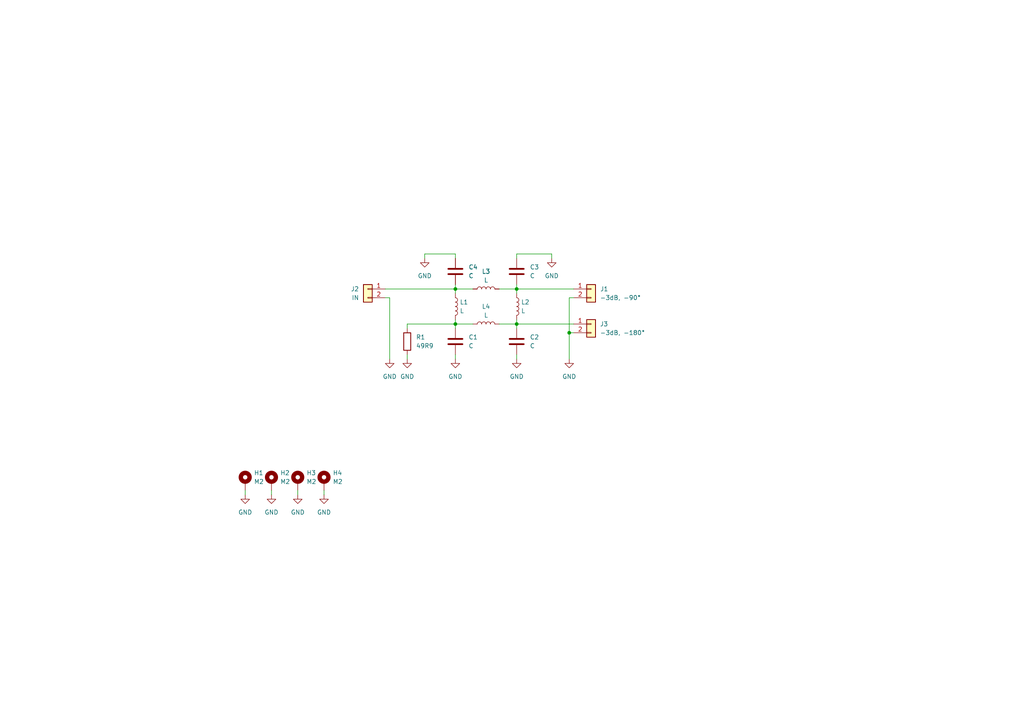
<source format=kicad_sch>
(kicad_sch (version 20230121) (generator eeschema)
  (paper "A4")
  (title_block (title "022 Lumped Quadrature Coupler") (date "2023-08-15") (rev "1") (company "Halidelabs") (comment 1 "contact@halidelabs.eu"))
  (lib_symbols
    (symbol "Connector_Generic:Conn_01x02" (pin_names (offset 1.016) hide)
      (property "Reference" "J" (at 0 2.54 0))
      (property "Value" "Conn_01x02" (at 0 -5.08 0))
      (symbol "Conn_01x02_1_1"
        (rectangle (start -1.27 -2.413) (end 0 -2.667) (stroke (width 0.1524)))
        (rectangle (start -1.27 0.127) (end 0 -0.127) (stroke (width 0.1524)))
        (rectangle (start -1.27 1.27) (end 1.27 -3.81) (stroke (width 0.254)) (fill (type background)))
        (pin passive line (at -5.08 0 0) (length 3.81) (name "Pin_1") (number "1"))
        (pin passive line (at -5.08 -2.54 0) (length 3.81) (name "Pin_2") (number "2"))
      )
    )
    (symbol "Device:C" (pin_numbers hide) (pin_names (offset 0.254))
      (property "Reference" "C" (at 0.635 2.54 0))
      (property "Value" "C" (at 0.635 -2.54 0))
      (symbol "C_0_1"
        (polyline (pts (xy -2.032 -0.762) (xy 2.032 -0.762)) (stroke (width 0.508)))
        (polyline (pts (xy -2.032 0.762) (xy 2.032 0.762)) (stroke (width 0.508)))
      )
      (symbol "C_1_1"
        (pin passive line (at 0 3.81 270) (length 2.794) (name "~") (number "1"))
        (pin passive line (at 0 -3.81 90) (length 2.794) (name "~") (number "2"))
      )
    )
    (symbol "Device:L" (pin_numbers hide) (pin_names (offset 1.016) hide)
      (property "Reference" "L" (at -1.27 0 90))
      (property "Value" "L" (at 1.905 0 90))
      (symbol "L_0_1"
        (arc (start 0 -2.54) (mid 0.6323 -1.905) (end 0 -1.27))
        (arc (start 0 -1.27) (mid 0.6323 -0.635) (end 0 0))
        (arc (start 0 0) (mid 0.6323 0.635) (end 0 1.27))
        (arc (start 0 1.27) (mid 0.6323 1.905) (end 0 2.54))
      )
      (symbol "L_1_1"
        (pin passive line (at 0 3.81 270) (length 1.27) (name "1") (number "1"))
        (pin passive line (at 0 -3.81 90) (length 1.27) (name "2") (number "2"))
      )
    )
    (symbol "Device:R" (pin_numbers hide) (pin_names (offset 0))
      (property "Reference" "R" (at 2.032 0 90))
      (property "Value" "R" (at 0 0 90))
      (symbol "R_0_1"
        (rectangle (start -1.016 -2.54) (end 1.016 2.54) (stroke (width 0.254)))
      )
      (symbol "R_1_1"
        (pin passive line (at 0 3.81 270) (length 1.27) (name "~") (number "1"))
        (pin passive line (at 0 -3.81 90) (length 1.27) (name "~") (number "2"))
      )
    )
    (symbol "GND_1" (power) (pin_names (offset 0))
      (property "Value" "GND_1" (at 0 -3.81 0))
      (symbol "GND_1_0_1"
        (polyline (pts (xy 0 0) (xy 0 -1.27) (xy 1.27 -1.27) (xy 0 -2.54) (xy -1.27 -1.27) (xy 0 -1.27)))
      )
      (symbol "GND_1_1_1"
        (pin power_in line (at 0 0 270) (length 0) hide (name "GND") (number "1"))
      )
    )
    (symbol "Mechanical:MountingHole_Pad" (pin_numbers hide) (pin_names (offset 1.016) hide)
      (property "Reference" "H" (at 0 6.35 0))
      (property "Value" "MountingHole_Pad" (at 0 4.445 0))
      (symbol "MountingHole_Pad_0_1"
        (circle (center 0 1.27) (radius 1.27) (stroke (width 1.27)))
      )
      (symbol "MountingHole_Pad_1_1"
        (pin input line (at 0 -2.54 90) (length 2.54) (name "1") (number "1"))
      )
    )
    (symbol "power:GND" (power) (pin_names (offset 0))
      (property "Value" "GND" (at 0 -3.81 0))
      (symbol "GND_0_1"
        (polyline (pts (xy 0 0) (xy 0 -1.27) (xy 1.27 -1.27) (xy 0 -2.54) (xy -1.27 -1.27) (xy 0 -1.27)))
      )
      (symbol "GND_1_1"
        (pin power_in line (at 0 0 270) (length 0) hide (name "GND") (number "1"))
      )
    )
  )
  (junction (at 149.86 83.82))
  (junction (at 165.1 96.52))
  (junction (at 132.08 83.82))
  (junction (at 132.08 93.98))
  (junction (at 149.86 93.98))
  (wire (pts (xy 165.1 86.36) (xy 165.1 96.52)))
  (wire (pts (xy 93.98 142.24) (xy 93.98 143.51)))
  (wire (pts (xy 149.86 83.82) (xy 166.37 83.82)))
  (wire (pts (xy 86.36 142.24) (xy 86.36 143.51)))
  (wire (pts (xy 144.78 93.98) (xy 149.86 93.98)))
  (wire (pts (xy 118.11 95.25) (xy 118.11 93.98)))
  (wire (pts (xy 149.86 83.82) (xy 149.86 85.09)))
  (wire (pts (xy 149.86 82.55) (xy 149.86 83.82)))
  (wire (pts (xy 149.86 93.98) (xy 149.86 95.25)))
  (wire (pts (xy 132.08 74.93) (xy 132.08 73.66)))
  (wire (pts (xy 113.03 104.14) (xy 113.03 86.36)))
  (wire (pts (xy 165.1 96.52) (xy 166.37 96.52)))
  (wire (pts (xy 111.76 83.82) (xy 132.08 83.82)))
  (wire (pts (xy 149.86 92.71) (xy 149.86 93.98)))
  (wire (pts (xy 144.78 83.82) (xy 149.86 83.82)))
  (wire (pts (xy 132.08 102.87) (xy 132.08 104.14)))
  (wire (pts (xy 160.02 73.66) (xy 160.02 74.93)))
  (wire (pts (xy 132.08 93.98) (xy 137.16 93.98)))
  (wire (pts (xy 165.1 104.14) (xy 165.1 96.52)))
  (wire (pts (xy 123.19 73.66) (xy 132.08 73.66)))
  (wire (pts (xy 123.19 73.66) (xy 123.19 74.93)))
  (wire (pts (xy 132.08 93.98) (xy 132.08 95.25)))
  (wire (pts (xy 132.08 92.71) (xy 132.08 93.98)))
  (wire (pts (xy 160.02 73.66) (xy 149.86 73.66)))
  (wire (pts (xy 113.03 86.36) (xy 111.76 86.36)))
  (wire (pts (xy 78.74 142.24) (xy 78.74 143.51)))
  (wire (pts (xy 149.86 93.98) (xy 166.37 93.98)))
  (wire (pts (xy 132.08 82.55) (xy 132.08 83.82)))
  (wire (pts (xy 166.37 86.36) (xy 165.1 86.36)))
  (wire (pts (xy 118.11 93.98) (xy 132.08 93.98)))
  (wire (pts (xy 149.86 73.66) (xy 149.86 74.93)))
  (wire (pts (xy 118.11 102.87) (xy 118.11 104.14)))
  (wire (pts (xy 132.08 83.82) (xy 137.16 83.82)))
  (wire (pts (xy 149.86 102.87) (xy 149.86 104.14)))
  (wire (pts (xy 71.12 142.24) (xy 71.12 143.51)))
  (wire (pts (xy 132.08 85.09) (xy 132.08 83.82)))
  (symbol (lib_id "power:GND") (at 71.12 143.51 0) (unit 1)
    (property "Reference" "#PWR0104" (effects hide))
    (property "Value" "GND" (at 71.12 148.59 0))
  )
  (symbol (lib_id "Mechanical:MountingHole_Pad") (at 71.12 139.7 0) (unit 1)
    (property "Reference" "H1" (at 73.66 137.1599 0) (effects (justify left)))
    (property "Value" "M2" (at 73.66 139.6999 0) (effects (justify left)))
    (property "Footprint" "modular-rf-bench-footprints:M2-hole" (effects hide))
  )
  (symbol (lib_id "Device:R") (at 118.11 99.06 180) (unit 1)
    (property "Reference" "R1" (at 120.65 97.7899 0) (effects (justify right)))
    (property "Value" "49R9" (at 120.65 100.3299 0) (effects (justify right)))
    (property "Footprint" "Resistor_SMD:R_0805_2012Metric" (effects hide))
  )
  (symbol (lib_id "power:GND") (at 93.98 143.51 0) (unit 1)
    (property "Reference" "#PWR0101" (effects hide))
    (property "Value" "GND" (at 93.98 148.59 0))
  )
  (symbol (lib_name "GND_1") (lib_id "power:GND") (at 113.03 104.14 0) (unit 1)
    (property "Reference" "#PWR06" (effects hide))
    (property "Value" "GND" (at 113.03 109.22 0))
  )
  (symbol (lib_id "Connector_Generic:Conn_01x02") (at 171.45 93.98 0) (unit 1)
    (property "Reference" "J3" (at 173.99 93.9799 0) (effects (justify left)))
    (property "Value" "-3dB, -180°" (at 173.99 96.5199 0) (effects (justify left)))
    (property "Footprint" "modular-rf-bench-footprints:edge-connector" (effects hide))
  )
  (symbol (lib_name "GND_1") (lib_id "power:GND") (at 149.86 104.14 0) (unit 1)
    (property "Reference" "#PWR02" (effects hide))
    (property "Value" "GND" (at 149.86 109.22 0))
  )
  (symbol (lib_id "Device:L") (at 132.08 88.9 0) (unit 1)
    (property "Reference" "L1" (at 133.35 87.63 0) (effects (justify left)))
    (property "Value" "L" (at 133.35 90.17 0) (effects (justify left)))
    (property "Footprint" "Inductor_SMD:L_0805_2012Metric" (effects hide))
  )
  (symbol (lib_id "Mechanical:MountingHole_Pad") (at 78.74 139.7 0) (unit 1)
    (property "Reference" "H2" (at 81.28 137.1599 0) (effects (justify left)))
    (property "Value" "M2" (at 81.28 139.6999 0) (effects (justify left)))
    (property "Footprint" "modular-rf-bench-footprints:M2-hole" (effects hide))
  )
  (symbol (lib_id "Device:L") (at 140.97 83.82 90) (unit 1)
    (property "Reference" "L3" (at 140.97 78.74 90))
    (property "Value" "L" (at 140.97 81.28 90))
    (property "Footprint" "Inductor_SMD:L_0805_2012Metric" (effects hide))
  )
  (symbol (lib_name "GND_1") (lib_id "power:GND") (at 165.1 104.14 0) (unit 1)
    (property "Reference" "#PWR07" (effects hide))
    (property "Value" "GND" (at 165.1 109.22 0))
  )
  (symbol (lib_id "Mechanical:MountingHole_Pad") (at 86.36 139.7 0) (unit 1)
    (property "Reference" "H3" (at 88.9 137.1599 0) (effects (justify left)))
    (property "Value" "M2" (at 88.9 139.6999 0) (effects (justify left)))
    (property "Footprint" "modular-rf-bench-footprints:M2-hole" (effects hide))
  )
  (symbol (lib_id "Device:C") (at 132.08 99.06 0) (unit 1)
    (property "Reference" "C1" (at 135.89 97.79 0) (effects (justify left)))
    (property "Value" "C" (at 135.89 100.33 0) (effects (justify left)))
    (property "Footprint" "Capacitor_SMD:C_0805_2012Metric" (effects hide))
  )
  (symbol (lib_name "GND_1") (lib_id "power:GND") (at 132.08 104.14 0) (unit 1)
    (property "Reference" "#PWR01" (effects hide))
    (property "Value" "GND" (at 132.08 109.22 0))
  )
  (symbol (lib_id "Device:C") (at 149.86 78.74 0) (unit 1)
    (property "Reference" "C3" (at 153.67 77.47 0) (effects (justify left)))
    (property "Value" "C" (at 153.67 80.01 0) (effects (justify left)))
    (property "Footprint" "Capacitor_SMD:C_0805_2012Metric" (effects hide))
  )
  (symbol (lib_id "power:GND") (at 78.74 143.51 0) (unit 1)
    (property "Reference" "#PWR0103" (effects hide))
    (property "Value" "GND" (at 78.74 148.59 0))
  )
  (symbol (lib_id "Mechanical:MountingHole_Pad") (at 93.98 139.7 0) (unit 1)
    (property "Reference" "H4" (at 96.52 137.1599 0) (effects (justify left)))
    (property "Value" "M2" (at 96.52 139.6999 0) (effects (justify left)))
    (property "Footprint" "modular-rf-bench-footprints:M2-hole" (effects hide))
  )
  (symbol (lib_name "GND_1") (lib_id "power:GND") (at 118.11 104.14 0) (unit 1)
    (property "Reference" "#PWR05" (effects hide))
    (property "Value" "GND" (at 118.11 109.22 0))
  )
  (symbol (lib_id "Device:C") (at 132.08 78.74 0) (unit 1)
    (property "Reference" "C4" (at 135.89 77.47 0) (effects (justify left)))
    (property "Value" "C" (at 135.89 80.01 0) (effects (justify left)))
    (property "Footprint" "Capacitor_SMD:C_0805_2012Metric" (effects hide))
  )
  (symbol (lib_id "power:GND") (at 86.36 143.51 0) (unit 1)
    (property "Reference" "#PWR0102" (effects hide))
    (property "Value" "GND" (at 86.36 148.59 0))
  )
  (symbol (lib_name "GND_1") (lib_id "power:GND") (at 160.02 74.93 0) (unit 1)
    (property "Reference" "#PWR03" (effects hide))
    (property "Value" "GND" (at 160.02 80.01 0))
  )
  (symbol (lib_name "GND_1") (lib_id "power:GND") (at 123.19 74.93 0) (unit 1)
    (property "Reference" "#PWR04" (effects hide))
    (property "Value" "GND" (at 123.19 80.01 0))
  )
  (symbol (lib_id "Device:L") (at 140.97 93.98 90) (unit 1)
    (property "Reference" "L4" (at 140.97 88.9 90))
    (property "Value" "L" (at 140.97 91.44 90))
    (property "Footprint" "Inductor_SMD:L_0805_2012Metric" (effects hide))
  )
  (symbol (lib_id "Device:L") (at 149.86 88.9 0) (unit 1)
    (property "Reference" "L2" (at 151.13 87.63 0) (effects (justify left)))
    (property "Value" "L" (at 151.13 90.17 0) (effects (justify left)))
    (property "Footprint" "Inductor_SMD:L_0805_2012Metric" (effects hide))
  )
  (symbol (lib_id "Device:C") (at 149.86 99.06 0) (unit 1)
    (property "Reference" "C2" (at 153.67 97.79 0) (effects (justify left)))
    (property "Value" "C" (at 153.67 100.33 0) (effects (justify left)))
    (property "Footprint" "Capacitor_SMD:C_0805_2012Metric" (effects hide))
  )
  (symbol (lib_id "Connector_Generic:Conn_01x02") (at 171.45 83.82 0) (unit 1)
    (property "Reference" "J1" (at 175.26 83.82 0))
    (property "Value" "-3dB, -90°" (at 173.99 86.36 0) (effects (justify left)))
    (property "Footprint" "modular-rf-bench-footprints:edge-connector" (effects hide))
  )
  (symbol (lib_id "Connector_Generic:Conn_01x02") (at 106.68 83.82 0) (mirror y) (unit 1)
    (property "Reference" "J2" (at 104.14 83.82 0) (effects (justify left)))
    (property "Value" "IN" (at 104.14 86.36 0) (effects (justify left)))
    (property "Footprint" "modular-rf-bench-footprints:edge-connector" (effects hide))
  )
)
</source>
